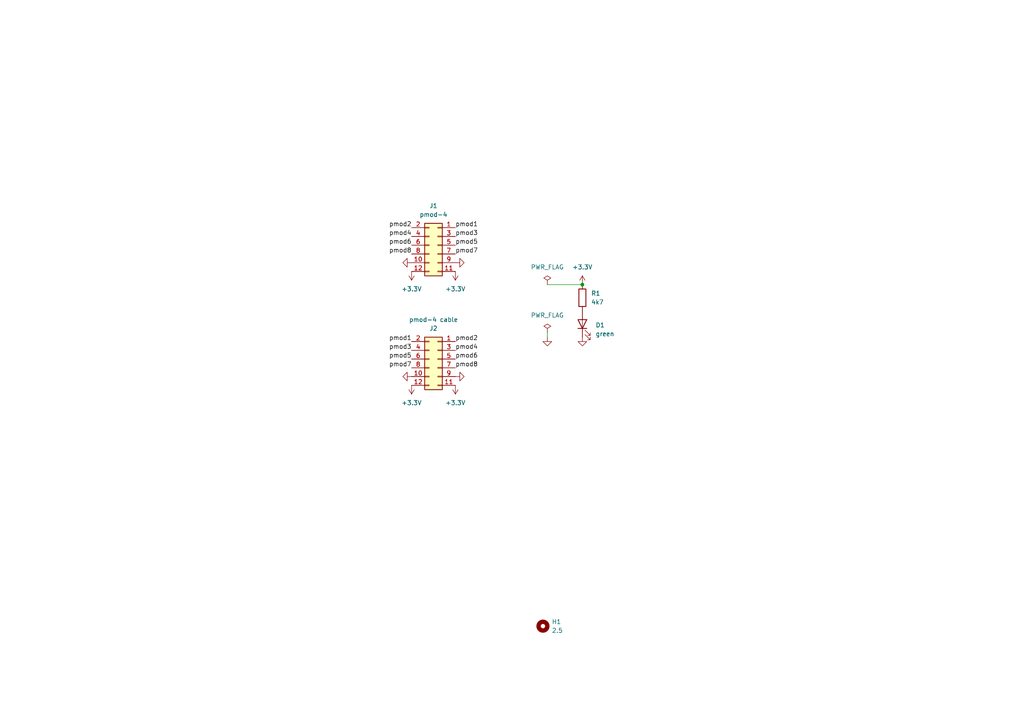
<source format=kicad_sch>
(kicad_sch (version 20230121) (generator eeschema)
  (paper "A4")
  (title_block (title "PMOD Extension Cable") (date "2024-08-20") (rev "1.0") (company "S59MZ"))
  (lib_symbols
    (symbol "Connector_Generic:Conn_02x06_Odd_Even" (pin_names (offset 1.016) hide)
      (property "Reference" "J" (at 1.27 7.62 0))
      (property "Value" "Conn_02x06_Odd_Even" (at 1.27 -10.16 0))
      (symbol "Conn_02x06_Odd_Even_1_1"
        (rectangle (start -1.27 -7.493) (end 0 -7.747) (stroke (width 0.1524)))
        (rectangle (start -1.27 -4.953) (end 0 -5.207) (stroke (width 0.1524)))
        (rectangle (start -1.27 -2.413) (end 0 -2.667) (stroke (width 0.1524)))
        (rectangle (start -1.27 0.127) (end 0 -0.127) (stroke (width 0.1524)))
        (rectangle (start -1.27 2.667) (end 0 2.413) (stroke (width 0.1524)))
        (rectangle (start -1.27 5.207) (end 0 4.953) (stroke (width 0.1524)))
        (rectangle (start -1.27 6.35) (end 3.81 -8.89) (stroke (width 0.254)) (fill (type background)))
        (rectangle (start 3.81 -7.493) (end 2.54 -7.747) (stroke (width 0.1524)))
        (rectangle (start 3.81 -4.953) (end 2.54 -5.207) (stroke (width 0.1524)))
        (rectangle (start 3.81 -2.413) (end 2.54 -2.667) (stroke (width 0.1524)))
        (rectangle (start 3.81 0.127) (end 2.54 -0.127) (stroke (width 0.1524)))
        (rectangle (start 3.81 2.667) (end 2.54 2.413) (stroke (width 0.1524)))
        (rectangle (start 3.81 5.207) (end 2.54 4.953) (stroke (width 0.1524)))
        (pin passive line (at -5.08 5.08 0) (length 3.81) (name "Pin_1") (number "1"))
        (pin passive line (at 7.62 -5.08 180) (length 3.81) (name "Pin_10") (number "10"))
        (pin passive line (at -5.08 -7.62 0) (length 3.81) (name "Pin_11") (number "11"))
        (pin passive line (at 7.62 -7.62 180) (length 3.81) (name "Pin_12") (number "12"))
        (pin passive line (at 7.62 5.08 180) (length 3.81) (name "Pin_2") (number "2"))
        (pin passive line (at -5.08 2.54 0) (length 3.81) (name "Pin_3") (number "3"))
        (pin passive line (at 7.62 2.54 180) (length 3.81) (name "Pin_4") (number "4"))
        (pin passive line (at -5.08 0 0) (length 3.81) (name "Pin_5") (number "5"))
        (pin passive line (at 7.62 0 180) (length 3.81) (name "Pin_6") (number "6"))
        (pin passive line (at -5.08 -2.54 0) (length 3.81) (name "Pin_7") (number "7"))
        (pin passive line (at 7.62 -2.54 180) (length 3.81) (name "Pin_8") (number "8"))
        (pin passive line (at -5.08 -5.08 0) (length 3.81) (name "Pin_9") (number "9"))
      )
    )
    (symbol "Device:LED" (pin_numbers hide) (pin_names (offset 1.016) hide)
      (property "Reference" "D" (at 0 2.54 0))
      (property "Value" "LED" (at 0 -2.54 0))
      (symbol "LED_0_1"
        (polyline (pts (xy -1.27 -1.27) (xy -1.27 1.27)) (stroke (width 0.254)))
        (polyline (pts (xy -1.27 0) (xy 1.27 0)))
        (polyline (pts (xy 1.27 -1.27) (xy 1.27 1.27) (xy -1.27 0) (xy 1.27 -1.27)) (stroke (width 0.254)))
        (polyline (pts (xy -3.048 -0.762) (xy -4.572 -2.286) (xy -3.81 -2.286) (xy -4.572 -2.286) (xy -4.572 -1.524)))
        (polyline (pts (xy -1.778 -0.762) (xy -3.302 -2.286) (xy -2.54 -2.286) (xy -3.302 -2.286) (xy -3.302 -1.524)))
      )
      (symbol "LED_1_1"
        (pin passive line (at -3.81 0 0) (length 2.54) (name "K") (number "1"))
        (pin passive line (at 3.81 0 180) (length 2.54) (name "A") (number "2"))
      )
    )
    (symbol "Device:R" (pin_numbers hide) (pin_names (offset 0))
      (property "Reference" "R" (at 2.032 0 90))
      (property "Value" "R" (at 0 0 90))
      (symbol "R_0_1"
        (rectangle (start -1.016 -2.54) (end 1.016 2.54) (stroke (width 0.254)))
      )
      (symbol "R_1_1"
        (pin passive line (at 0 3.81 270) (length 1.27) (name "~") (number "1"))
        (pin passive line (at 0 -3.81 90) (length 1.27) (name "~") (number "2"))
      )
    )
    (symbol "Mechanical:MountingHole" (pin_names (offset 1.016))
      (property "Reference" "H" (at 0 5.08 0))
      (property "Value" "MountingHole" (at 0 3.175 0))
      (symbol "MountingHole_0_1"
        (circle (center 0 0) (radius 1.27) (stroke (width 1.27)))
      )
    )
    (symbol "power:+3.3V" (power) (pin_names (offset 0))
      (property "Value" "+3.3V" (at 0 3.556 0))
      (symbol "+3.3V_0_1"
        (polyline (pts (xy -0.762 1.27) (xy 0 2.54)))
        (polyline (pts (xy 0 0) (xy 0 2.54)))
        (polyline (pts (xy 0 2.54) (xy 0.762 1.27)))
      )
      (symbol "+3.3V_1_1"
        (pin power_in line (at 0 0 90) (length 0) hide (name "+3.3V") (number "1"))
      )
    )
    (symbol "power:GND" (power) (pin_names (offset 0))
      (property "Value" "GND" (at 0 -3.81 0))
      (symbol "GND_0_1"
        (polyline (pts (xy 0 0) (xy 0 -1.27) (xy 1.27 -1.27) (xy 0 -2.54) (xy -1.27 -1.27) (xy 0 -1.27)))
      )
      (symbol "GND_1_1"
        (pin power_in line (at 0 0 270) (length 0) hide (name "GND") (number "1"))
      )
    )
    (symbol "power:PWR_FLAG" (power) (pin_numbers hide) (pin_names (offset 0) hide)
      (property "Value" "PWR_FLAG" (at 0 3.81 0))
      (symbol "PWR_FLAG_0_0"
        (pin power_out line (at 0 0 90) (length 0) (name "pwr") (number "1"))
      )
      (symbol "PWR_FLAG_0_1"
        (polyline (pts (xy 0 0) (xy 0 1.27) (xy -1.016 1.905) (xy 0 2.54) (xy 1.016 1.905) (xy 0 1.27)))
      )
    )
  )
  (junction (at 168.91 82.55))
  (wire (pts (xy 158.75 82.55) (xy 168.91 82.55)))
  (wire (pts (xy 158.75 96.52) (xy 158.75 97.79)))
  (label "pmod2" (at 119.38 66.04 180))
  (label "pmod8" (at 132.08 106.68 0))
  (label "pmod5" (at 132.08 71.12 0))
  (label "pmod7" (at 132.08 73.66 0))
  (label "pmod1" (at 132.08 66.04 0))
  (label "pmod2" (at 132.08 99.06 0))
  (label "pmod6" (at 119.38 71.12 180))
  (label "pmod8" (at 119.38 73.66 180))
  (label "pmod5" (at 119.38 104.14 180))
  (label "pmod4" (at 119.38 68.58 180))
  (label "pmod6" (at 132.08 104.14 0))
  (label "pmod3" (at 132.08 68.58 0))
  (label "pmod4" (at 132.08 101.6 0))
  (label "pmod7" (at 119.38 106.68 180))
  (label "pmod3" (at 119.38 101.6 180))
  (label "pmod1" (at 119.38 99.06 180))
  (symbol (lib_id "power:GND") (at 119.38 109.22 270) (unit 1)
    (property "Reference" "#PWR05" (effects hide))
    (property "Value" "GND" (effects hide))
  )
  (symbol (lib_id "Mechanical:MountingHole") (at 157.48 181.61 0) (unit 1)
    (property "Reference" "H1" (at 160.02 180.3399 0) (effects (justify left)))
    (property "Value" "2.5" (at 160.02 182.8799 0) (effects (justify left)))
    (property "Footprint" "MountingHole:MountingHole_2.5mm" (effects hide))
  )
  (symbol (lib_id "Device:R") (at 168.91 86.36 0) (unit 1)
    (property "Reference" "R1" (at 171.45 85.09 0) (effects (justify left)))
    (property "Value" "4k7" (at 171.45 87.63 0) (effects (justify left)))
    (property "Footprint" "Resistor_SMD:R_0603_1608Metric_Pad0.98x0.95mm_HandSolder" (effects hide))
  )
  (symbol (lib_id "power:PWR_FLAG") (at 158.75 82.55 0) (unit 1)
    (property "Reference" "#FLG01" (effects hide))
    (property "Value" "PWR_FLAG" (at 158.75 77.47 0))
  )
  (symbol (lib_id "power:+3.3V") (at 132.08 78.74 0) (mirror x) (unit 1)
    (property "Reference" "#PWR04" (effects hide))
    (property "Value" "+3.3V" (at 132.08 83.82 0))
  )
  (symbol (lib_id "power:PWR_FLAG") (at 158.75 96.52 0) (unit 1)
    (property "Reference" "#FLG02" (effects hide))
    (property "Value" "PWR_FLAG" (at 158.75 91.44 0))
  )
  (symbol (lib_id "power:+3.3V") (at 168.91 82.55 0) (unit 1)
    (property "Reference" "#PWR09" (effects hide))
    (property "Value" "+3.3V" (at 168.91 77.47 0))
  )
  (symbol (lib_id "power:+3.3V") (at 119.38 111.76 0) (mirror x) (unit 1)
    (property "Reference" "#PWR07" (effects hide))
    (property "Value" "+3.3V" (at 119.38 116.84 0))
  )
  (symbol (lib_id "power:+3.3V") (at 132.08 111.76 0) (mirror x) (unit 1)
    (property "Reference" "#PWR08" (effects hide))
    (property "Value" "+3.3V" (at 132.08 116.84 0))
  )
  (symbol (lib_id "power:+3.3V") (at 119.38 78.74 0) (mirror x) (unit 1)
    (property "Reference" "#PWR03" (effects hide))
    (property "Value" "+3.3V" (at 119.38 83.82 0))
  )
  (symbol (lib_id "power:GND") (at 158.75 97.79 0) (unit 1)
    (property "Reference" "#PWR011" (effects hide))
    (property "Value" "GND" (effects hide))
  )
  (symbol (lib_id "power:GND") (at 132.08 109.22 90) (mirror x) (unit 1)
    (property "Reference" "#PWR06" (effects hide))
    (property "Value" "GND" (effects hide))
  )
  (symbol (lib_id "Device:LED") (at 168.91 93.98 90) (unit 1)
    (property "Reference" "D1" (at 172.72 94.2974 90) (effects (justify right)))
    (property "Value" "green" (at 172.72 96.8374 90) (effects (justify right)))
    (property "Footprint" "LED_SMD:LED_0603_1608Metric_Pad1.05x0.95mm_HandSolder" (effects hide))
  )
  (symbol (lib_id "power:GND") (at 168.91 97.79 0) (unit 1)
    (property "Reference" "#PWR010" (effects hide))
    (property "Value" "GND" (effects hide))
  )
  (symbol (lib_id "Connector_Generic:Conn_02x06_Odd_Even") (at 127 71.12 0) (mirror y) (unit 1)
    (property "Reference" "J1" (at 125.73 59.69 0))
    (property "Value" "pmod-4" (at 125.73 62.23 0))
    (property "Footprint" "Library:PinHeader_2x06_P2.54mm_Horizontal" (effects hide))
  )
  (symbol (lib_id "power:GND") (at 119.38 76.2 270) (unit 1)
    (property "Reference" "#PWR01" (effects hide))
    (property "Value" "GND" (effects hide))
  )
  (symbol (lib_id "Connector_Generic:Conn_02x06_Odd_Even") (at 127 104.14 0) (mirror y) (unit 1)
    (property "Reference" "J2" (at 125.73 95.25 0))
    (property "Value" "pmod-4 cable" (at 125.73 92.71 0))
    (property "Footprint" "Connector_PinSocket_2.54mm:PinSocket_2x06_P2.54mm_Vertical" (effects hide))
  )
  (symbol (lib_id "power:GND") (at 132.08 76.2 90) (mirror x) (unit 1)
    (property "Reference" "#PWR02" (effects hide))
    (property "Value" "GND" (effects hide))
  )
)
</source>
